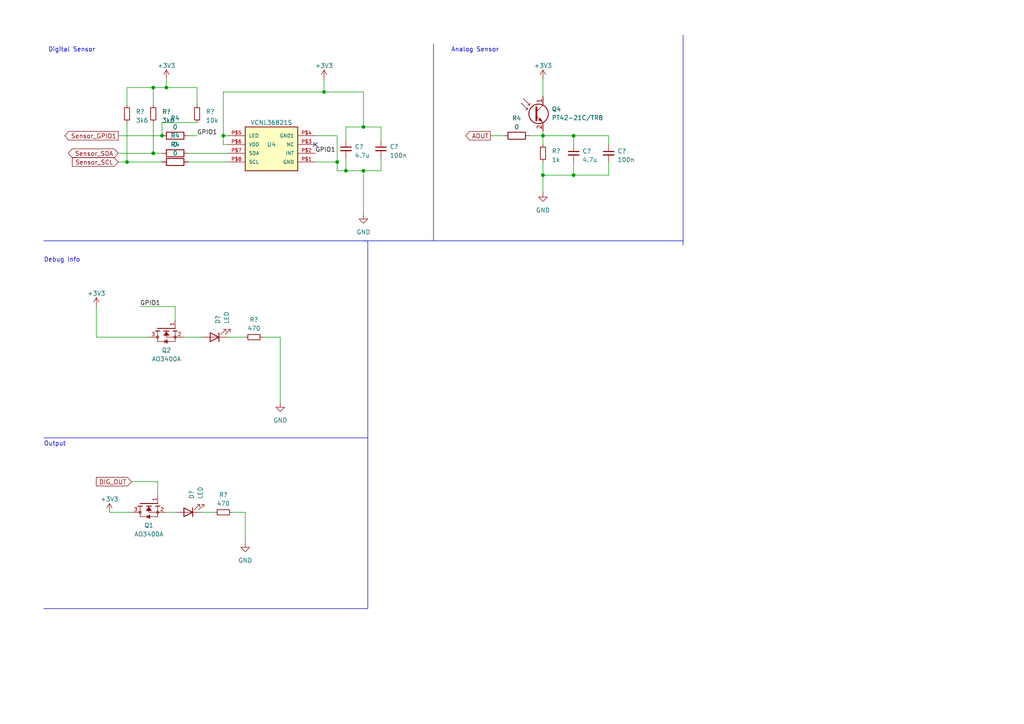
<source format=kicad_sch>
(kicad_sch (version 20230121) (generator eeschema)

  (uuid 2ec83dea-c210-43be-91c5-d8f357c4a306)

  (paper "A4")

  (title_block
    (title "Enviro Sensing HAT")
    (date "2023-03-21")
    (rev "5.1")
  )

  (lib_symbols
    (symbol "AO3400A:AO3400A" (pin_names (offset 1.016)) (in_bom yes) (on_board yes)
      (property "Reference" "Q" (at -8.89 2.54 0)
        (effects (font (size 1.27 1.27)) (justify left bottom))
      )
      (property "Value" "AO3400A" (at -8.89 -7.62 0)
        (effects (font (size 1.27 1.27)) (justify left bottom))
      )
      (property "Footprint" "SOT95P280X125-3N" (at 0 0 0)
        (effects (font (size 1.27 1.27)) (justify bottom) hide)
      )
      (property "Datasheet" "" (at 0 0 0)
        (effects (font (size 1.27 1.27)) hide)
      )
      (property "STANDARD" "IPC 7351B" (at 0 0 0)
        (effects (font (size 1.27 1.27)) (justify bottom) hide)
      )
      (property "MAXIMUM_PACKAGE_HEIGHT" "1.25 mm" (at 0 0 0)
        (effects (font (size 1.27 1.27)) (justify bottom) hide)
      )
      (property "MANUFACTURER" "Alpha & Omega Semiconductor" (at 0 0 0)
        (effects (font (size 1.27 1.27)) (justify bottom) hide)
      )
      (property "PARTREV" "L" (at 0 0 0)
        (effects (font (size 1.27 1.27)) (justify bottom) hide)
      )
      (symbol "AO3400A_0_0"
        (polyline
          (pts
            (xy 0 2.54)
            (xy 0 -2.54)
          )
          (stroke (width 0.254) (type default))
          (fill (type none))
        )
        (polyline
          (pts
            (xy 0.762 -2.54)
            (xy 0.762 -3.175)
          )
          (stroke (width 0.254) (type default))
          (fill (type none))
        )
        (polyline
          (pts
            (xy 0.762 -1.905)
            (xy 0.762 -2.54)
          )
          (stroke (width 0.254) (type default))
          (fill (type none))
        )
        (polyline
          (pts
            (xy 0.762 0)
            (xy 0.762 -0.762)
          )
          (stroke (width 0.254) (type default))
          (fill (type none))
        )
        (polyline
          (pts
            (xy 0.762 0)
            (xy 2.54 0)
          )
          (stroke (width 0.1524) (type default))
          (fill (type none))
        )
        (polyline
          (pts
            (xy 0.762 0.762)
            (xy 0.762 0)
          )
          (stroke (width 0.254) (type default))
          (fill (type none))
        )
        (polyline
          (pts
            (xy 0.762 2.54)
            (xy 0.762 1.905)
          )
          (stroke (width 0.254) (type default))
          (fill (type none))
        )
        (polyline
          (pts
            (xy 0.762 2.54)
            (xy 3.81 2.54)
          )
          (stroke (width 0.1524) (type default))
          (fill (type none))
        )
        (polyline
          (pts
            (xy 0.762 3.175)
            (xy 0.762 2.54)
          )
          (stroke (width 0.254) (type default))
          (fill (type none))
        )
        (polyline
          (pts
            (xy 2.54 -2.54)
            (xy 0.762 -2.54)
          )
          (stroke (width 0.1524) (type default))
          (fill (type none))
        )
        (polyline
          (pts
            (xy 2.54 -2.54)
            (xy 3.81 -2.54)
          )
          (stroke (width 0.1524) (type default))
          (fill (type none))
        )
        (polyline
          (pts
            (xy 2.54 0)
            (xy 2.54 -2.54)
          )
          (stroke (width 0.1524) (type default))
          (fill (type none))
        )
        (polyline
          (pts
            (xy 3.81 0.508)
            (xy 3.302 0.508)
          )
          (stroke (width 0.1524) (type default))
          (fill (type none))
        )
        (polyline
          (pts
            (xy 3.81 0.508)
            (xy 3.81 -2.54)
          )
          (stroke (width 0.1524) (type default))
          (fill (type none))
        )
        (polyline
          (pts
            (xy 3.81 2.54)
            (xy 3.81 0.508)
          )
          (stroke (width 0.1524) (type default))
          (fill (type none))
        )
        (polyline
          (pts
            (xy 4.318 0.508)
            (xy 3.81 0.508)
          )
          (stroke (width 0.1524) (type default))
          (fill (type none))
        )
        (polyline
          (pts
            (xy 1.016 0)
            (xy 2.032 0.762)
            (xy 2.032 -0.762)
            (xy 1.016 0)
          )
          (stroke (width 0.1524) (type default))
          (fill (type outline))
        )
        (polyline
          (pts
            (xy 3.81 0.508)
            (xy 3.302 -0.254)
            (xy 4.318 -0.254)
            (xy 3.81 0.508)
          )
          (stroke (width 0.1524) (type default))
          (fill (type outline))
        )
        (circle (center 2.54 -2.54) (radius 0.3592)
          (stroke (width 0) (type default))
          (fill (type none))
        )
        (circle (center 2.54 2.54) (radius 0.3592)
          (stroke (width 0) (type default))
          (fill (type none))
        )
        (pin passive line (at -2.54 -2.54 0) (length 2.54)
          (name "~" (effects (font (size 1.016 1.016))))
          (number "1" (effects (font (size 1.016 1.016))))
        )
        (pin passive line (at 2.54 -5.08 90) (length 2.54)
          (name "~" (effects (font (size 1.016 1.016))))
          (number "2" (effects (font (size 1.016 1.016))))
        )
        (pin passive line (at 2.54 5.08 270) (length 2.54)
          (name "~" (effects (font (size 1.016 1.016))))
          (number "3" (effects (font (size 1.016 1.016))))
        )
      )
    )
    (symbol "Device:C_Small" (pin_numbers hide) (pin_names (offset 0.254) hide) (in_bom yes) (on_board yes)
      (property "Reference" "C" (at 0.254 1.778 0)
        (effects (font (size 1.27 1.27)) (justify left))
      )
      (property "Value" "C_Small" (at 0.254 -2.032 0)
        (effects (font (size 1.27 1.27)) (justify left))
      )
      (property "Footprint" "" (at 0 0 0)
        (effects (font (size 1.27 1.27)) hide)
      )
      (property "Datasheet" "~" (at 0 0 0)
        (effects (font (size 1.27 1.27)) hide)
      )
      (property "ki_keywords" "capacitor cap" (at 0 0 0)
        (effects (font (size 1.27 1.27)) hide)
      )
      (property "ki_description" "Unpolarized capacitor, small symbol" (at 0 0 0)
        (effects (font (size 1.27 1.27)) hide)
      )
      (property "ki_fp_filters" "C_*" (at 0 0 0)
        (effects (font (size 1.27 1.27)) hide)
      )
      (symbol "C_Small_0_1"
        (polyline
          (pts
            (xy -1.524 -0.508)
            (xy 1.524 -0.508)
          )
          (stroke (width 0.3302) (type default))
          (fill (type none))
        )
        (polyline
          (pts
            (xy -1.524 0.508)
            (xy 1.524 0.508)
          )
          (stroke (width 0.3048) (type default))
          (fill (type none))
        )
      )
      (symbol "C_Small_1_1"
        (pin passive line (at 0 2.54 270) (length 2.032)
          (name "~" (effects (font (size 1.27 1.27))))
          (number "1" (effects (font (size 1.27 1.27))))
        )
        (pin passive line (at 0 -2.54 90) (length 2.032)
          (name "~" (effects (font (size 1.27 1.27))))
          (number "2" (effects (font (size 1.27 1.27))))
        )
      )
    )
    (symbol "Device:LED" (pin_numbers hide) (pin_names (offset 1.016) hide) (in_bom yes) (on_board yes)
      (property "Reference" "D" (at 0 2.54 0)
        (effects (font (size 1.27 1.27)))
      )
      (property "Value" "LED" (at 0 -2.54 0)
        (effects (font (size 1.27 1.27)))
      )
      (property "Footprint" "" (at 0 0 0)
        (effects (font (size 1.27 1.27)) hide)
      )
      (property "Datasheet" "~" (at 0 0 0)
        (effects (font (size 1.27 1.27)) hide)
      )
      (property "ki_keywords" "LED diode" (at 0 0 0)
        (effects (font (size 1.27 1.27)) hide)
      )
      (property "ki_description" "Light emitting diode" (at 0 0 0)
        (effects (font (size 1.27 1.27)) hide)
      )
      (property "ki_fp_filters" "LED* LED_SMD:* LED_THT:*" (at 0 0 0)
        (effects (font (size 1.27 1.27)) hide)
      )
      (symbol "LED_0_1"
        (polyline
          (pts
            (xy -1.27 -1.27)
            (xy -1.27 1.27)
          )
          (stroke (width 0.254) (type default))
          (fill (type none))
        )
        (polyline
          (pts
            (xy -1.27 0)
            (xy 1.27 0)
          )
          (stroke (width 0) (type default))
          (fill (type none))
        )
        (polyline
          (pts
            (xy 1.27 -1.27)
            (xy 1.27 1.27)
            (xy -1.27 0)
            (xy 1.27 -1.27)
          )
          (stroke (width 0.254) (type default))
          (fill (type none))
        )
        (polyline
          (pts
            (xy -3.048 -0.762)
            (xy -4.572 -2.286)
            (xy -3.81 -2.286)
            (xy -4.572 -2.286)
            (xy -4.572 -1.524)
          )
          (stroke (width 0) (type default))
          (fill (type none))
        )
        (polyline
          (pts
            (xy -1.778 -0.762)
            (xy -3.302 -2.286)
            (xy -2.54 -2.286)
            (xy -3.302 -2.286)
            (xy -3.302 -1.524)
          )
          (stroke (width 0) (type default))
          (fill (type none))
        )
      )
      (symbol "LED_1_1"
        (pin passive line (at -3.81 0 0) (length 2.54)
          (name "K" (effects (font (size 1.27 1.27))))
          (number "1" (effects (font (size 1.27 1.27))))
        )
        (pin passive line (at 3.81 0 180) (length 2.54)
          (name "A" (effects (font (size 1.27 1.27))))
          (number "2" (effects (font (size 1.27 1.27))))
        )
      )
    )
    (symbol "Device:Q_Photo_NPN" (pin_names (offset 0) hide) (in_bom yes) (on_board yes)
      (property "Reference" "Q" (at 5.08 1.27 0)
        (effects (font (size 1.27 1.27)) (justify left))
      )
      (property "Value" "Q_Photo_NPN" (at 5.08 -1.27 0)
        (effects (font (size 1.27 1.27)) (justify left))
      )
      (property "Footprint" "" (at 5.08 2.54 0)
        (effects (font (size 1.27 1.27)) hide)
      )
      (property "Datasheet" "~" (at 0 0 0)
        (effects (font (size 1.27 1.27)) hide)
      )
      (property "ki_keywords" "phototransistor NPN" (at 0 0 0)
        (effects (font (size 1.27 1.27)) hide)
      )
      (property "ki_description" "NPN phototransistor, collector/emitter" (at 0 0 0)
        (effects (font (size 1.27 1.27)) hide)
      )
      (symbol "Q_Photo_NPN_0_1"
        (polyline
          (pts
            (xy -1.905 1.27)
            (xy -2.54 1.27)
          )
          (stroke (width 0) (type default))
          (fill (type none))
        )
        (polyline
          (pts
            (xy -1.27 2.54)
            (xy -1.905 2.54)
          )
          (stroke (width 0) (type default))
          (fill (type none))
        )
        (polyline
          (pts
            (xy 0.635 0.635)
            (xy 2.54 2.54)
          )
          (stroke (width 0) (type default))
          (fill (type none))
        )
        (polyline
          (pts
            (xy -3.81 3.175)
            (xy -1.905 1.27)
            (xy -1.905 1.905)
          )
          (stroke (width 0) (type default))
          (fill (type none))
        )
        (polyline
          (pts
            (xy -3.175 4.445)
            (xy -1.27 2.54)
            (xy -1.27 3.175)
          )
          (stroke (width 0) (type default))
          (fill (type none))
        )
        (polyline
          (pts
            (xy 0.635 -0.635)
            (xy 2.54 -2.54)
            (xy 2.54 -2.54)
          )
          (stroke (width 0) (type default))
          (fill (type none))
        )
        (polyline
          (pts
            (xy 0.635 1.905)
            (xy 0.635 -1.905)
            (xy 0.635 -1.905)
          )
          (stroke (width 0.508) (type default))
          (fill (type none))
        )
        (polyline
          (pts
            (xy 1.27 -1.778)
            (xy 1.778 -1.27)
            (xy 2.286 -2.286)
            (xy 1.27 -1.778)
            (xy 1.27 -1.778)
          )
          (stroke (width 0) (type default))
          (fill (type outline))
        )
        (circle (center 1.27 0) (radius 2.8194)
          (stroke (width 0.254) (type default))
          (fill (type none))
        )
      )
      (symbol "Q_Photo_NPN_1_1"
        (pin passive line (at 2.54 5.08 270) (length 2.54)
          (name "C" (effects (font (size 1.27 1.27))))
          (number "1" (effects (font (size 1.27 1.27))))
        )
        (pin passive line (at 2.54 -5.08 90) (length 2.54)
          (name "E" (effects (font (size 1.27 1.27))))
          (number "2" (effects (font (size 1.27 1.27))))
        )
      )
    )
    (symbol "Device:R" (pin_numbers hide) (pin_names (offset 0)) (in_bom yes) (on_board yes)
      (property "Reference" "R" (at 2.032 0 90)
        (effects (font (size 1.27 1.27)))
      )
      (property "Value" "R" (at 0 0 90)
        (effects (font (size 1.27 1.27)))
      )
      (property "Footprint" "" (at -1.778 0 90)
        (effects (font (size 1.27 1.27)) hide)
      )
      (property "Datasheet" "~" (at 0 0 0)
        (effects (font (size 1.27 1.27)) hide)
      )
      (property "ki_keywords" "R res resistor" (at 0 0 0)
        (effects (font (size 1.27 1.27)) hide)
      )
      (property "ki_description" "Resistor" (at 0 0 0)
        (effects (font (size 1.27 1.27)) hide)
      )
      (property "ki_fp_filters" "R_*" (at 0 0 0)
        (effects (font (size 1.27 1.27)) hide)
      )
      (symbol "R_0_1"
        (rectangle (start -1.016 -2.54) (end 1.016 2.54)
          (stroke (width 0.254) (type default))
          (fill (type none))
        )
      )
      (symbol "R_1_1"
        (pin passive line (at 0 3.81 270) (length 1.27)
          (name "~" (effects (font (size 1.27 1.27))))
          (number "1" (effects (font (size 1.27 1.27))))
        )
        (pin passive line (at 0 -3.81 90) (length 1.27)
          (name "~" (effects (font (size 1.27 1.27))))
          (number "2" (effects (font (size 1.27 1.27))))
        )
      )
    )
    (symbol "Device:R_Small" (pin_numbers hide) (pin_names (offset 0.254) hide) (in_bom yes) (on_board yes)
      (property "Reference" "R" (at 0.762 0.508 0)
        (effects (font (size 1.27 1.27)) (justify left))
      )
      (property "Value" "R_Small" (at 0.762 -1.016 0)
        (effects (font (size 1.27 1.27)) (justify left))
      )
      (property "Footprint" "" (at 0 0 0)
        (effects (font (size 1.27 1.27)) hide)
      )
      (property "Datasheet" "~" (at 0 0 0)
        (effects (font (size 1.27 1.27)) hide)
      )
      (property "ki_keywords" "R resistor" (at 0 0 0)
        (effects (font (size 1.27 1.27)) hide)
      )
      (property "ki_description" "Resistor, small symbol" (at 0 0 0)
        (effects (font (size 1.27 1.27)) hide)
      )
      (property "ki_fp_filters" "R_*" (at 0 0 0)
        (effects (font (size 1.27 1.27)) hide)
      )
      (symbol "R_Small_0_1"
        (rectangle (start -0.762 1.778) (end 0.762 -1.778)
          (stroke (width 0.2032) (type default))
          (fill (type none))
        )
      )
      (symbol "R_Small_1_1"
        (pin passive line (at 0 2.54 270) (length 0.762)
          (name "~" (effects (font (size 1.27 1.27))))
          (number "1" (effects (font (size 1.27 1.27))))
        )
        (pin passive line (at 0 -2.54 90) (length 0.762)
          (name "~" (effects (font (size 1.27 1.27))))
          (number "2" (effects (font (size 1.27 1.27))))
        )
      )
    )
    (symbol "VCNL36821S:VCNL36821S" (pin_names (offset 1.016)) (in_bom yes) (on_board yes)
      (property "Reference" "U" (at 0 0 0)
        (effects (font (size 1.27 1.27)) (justify bottom))
      )
      (property "Value" "VCNL36821S" (at 0 0 0)
        (effects (font (size 1.27 1.27)) (justify bottom))
      )
      (property "Footprint" "VCNL36821S" (at 0 0 0)
        (effects (font (size 1.27 1.27)) (justify bottom) hide)
      )
      (property "Datasheet" "" (at 0 0 0)
        (effects (font (size 1.27 1.27)) hide)
      )
      (symbol "VCNL36821S_0_0"
        (rectangle (start -7.62 -7.62) (end 7.62 5.08)
          (stroke (width 0.254) (type default))
          (fill (type background))
        )
        (pin bidirectional line (at -12.7 -5.08 0) (length 5.08)
          (name "GND" (effects (font (size 1.016 1.016))))
          (number "P$1" (effects (font (size 1.016 1.016))))
        )
        (pin bidirectional line (at -12.7 -2.54 0) (length 5.08)
          (name "INT" (effects (font (size 1.016 1.016))))
          (number "P$2" (effects (font (size 1.016 1.016))))
        )
        (pin bidirectional line (at -12.7 0 0) (length 5.08)
          (name "NC" (effects (font (size 1.016 1.016))))
          (number "P$3" (effects (font (size 1.016 1.016))))
        )
        (pin bidirectional line (at -12.7 2.54 0) (length 5.08)
          (name "GND1" (effects (font (size 1.016 1.016))))
          (number "P$4" (effects (font (size 1.016 1.016))))
        )
        (pin bidirectional line (at 12.7 2.54 180) (length 5.08)
          (name "LED" (effects (font (size 1.016 1.016))))
          (number "P$5" (effects (font (size 1.016 1.016))))
        )
        (pin bidirectional line (at 12.7 0 180) (length 5.08)
          (name "VDD" (effects (font (size 1.016 1.016))))
          (number "P$6" (effects (font (size 1.016 1.016))))
        )
        (pin bidirectional line (at 12.7 -2.54 180) (length 5.08)
          (name "SDA" (effects (font (size 1.016 1.016))))
          (number "P$7" (effects (font (size 1.016 1.016))))
        )
        (pin bidirectional line (at 12.7 -5.08 180) (length 5.08)
          (name "SCL" (effects (font (size 1.016 1.016))))
          (number "P$8" (effects (font (size 1.016 1.016))))
        )
      )
    )
    (symbol "power:+3V3" (power) (pin_names (offset 0)) (in_bom yes) (on_board yes)
      (property "Reference" "#PWR" (at 0 -3.81 0)
        (effects (font (size 1.27 1.27)) hide)
      )
      (property "Value" "+3V3" (at 0 3.556 0)
        (effects (font (size 1.27 1.27)))
      )
      (property "Footprint" "" (at 0 0 0)
        (effects (font (size 1.27 1.27)) hide)
      )
      (property "Datasheet" "" (at 0 0 0)
        (effects (font (size 1.27 1.27)) hide)
      )
      (property "ki_keywords" "global power" (at 0 0 0)
        (effects (font (size 1.27 1.27)) hide)
      )
      (property "ki_description" "Power symbol creates a global label with name \"+3V3\"" (at 0 0 0)
        (effects (font (size 1.27 1.27)) hide)
      )
      (symbol "+3V3_0_1"
        (polyline
          (pts
            (xy -0.762 1.27)
            (xy 0 2.54)
          )
          (stroke (width 0) (type default))
          (fill (type none))
        )
        (polyline
          (pts
            (xy 0 0)
            (xy 0 2.54)
          )
          (stroke (width 0) (type default))
          (fill (type none))
        )
        (polyline
          (pts
            (xy 0 2.54)
            (xy 0.762 1.27)
          )
          (stroke (width 0) (type default))
          (fill (type none))
        )
      )
      (symbol "+3V3_1_1"
        (pin power_in line (at 0 0 90) (length 0) hide
          (name "+3V3" (effects (font (size 1.27 1.27))))
          (number "1" (effects (font (size 1.27 1.27))))
        )
      )
    )
    (symbol "power:GND" (power) (pin_names (offset 0)) (in_bom yes) (on_board yes)
      (property "Reference" "#PWR" (at 0 -6.35 0)
        (effects (font (size 1.27 1.27)) hide)
      )
      (property "Value" "GND" (at 0 -3.81 0)
        (effects (font (size 1.27 1.27)))
      )
      (property "Footprint" "" (at 0 0 0)
        (effects (font (size 1.27 1.27)) hide)
      )
      (property "Datasheet" "" (at 0 0 0)
        (effects (font (size 1.27 1.27)) hide)
      )
      (property "ki_keywords" "global power" (at 0 0 0)
        (effects (font (size 1.27 1.27)) hide)
      )
      (property "ki_description" "Power symbol creates a global label with name \"GND\" , ground" (at 0 0 0)
        (effects (font (size 1.27 1.27)) hide)
      )
      (symbol "GND_0_1"
        (polyline
          (pts
            (xy 0 0)
            (xy 0 -1.27)
            (xy 1.27 -1.27)
            (xy 0 -2.54)
            (xy -1.27 -1.27)
            (xy 0 -1.27)
          )
          (stroke (width 0) (type default))
          (fill (type none))
        )
      )
      (symbol "GND_1_1"
        (pin power_in line (at 0 0 270) (length 0) hide
          (name "GND" (effects (font (size 1.27 1.27))))
          (number "1" (effects (font (size 1.27 1.27))))
        )
      )
    )
  )

  (junction (at 44.45 44.45) (diameter 0) (color 0 0 0 0)
    (uuid 002e85c2-3662-4189-aa1c-d54d2b014acc)
  )
  (junction (at 100.33 49.53) (diameter 0) (color 0 0 0 0)
    (uuid 036ed0bc-079d-447d-9d00-02d7c00f0fbb)
  )
  (junction (at 44.45 25.4) (diameter 0) (color 0 0 0 0)
    (uuid 0a10eba8-1315-4866-8bd1-527968ed7989)
  )
  (junction (at 105.41 36.83) (diameter 0) (color 0 0 0 0)
    (uuid 1f0589f0-eda3-456b-a446-f45a7f0cc725)
  )
  (junction (at 105.41 49.53) (diameter 0) (color 0 0 0 0)
    (uuid 42a5a251-2c92-4c1b-bdb3-0cb36723ca38)
  )
  (junction (at 97.79 46.99) (diameter 0) (color 0 0 0 0)
    (uuid 4b88b6d6-572a-4065-991e-e9f4b903656e)
  )
  (junction (at 157.48 50.8) (diameter 0) (color 0 0 0 0)
    (uuid 512c296c-5318-490c-887c-a164afb4d934)
  )
  (junction (at 64.77 39.37) (diameter 0) (color 0 0 0 0)
    (uuid 6f35f9ad-8d4d-4b92-bdf2-75fbe17b8930)
  )
  (junction (at 166.37 50.8) (diameter 0) (color 0 0 0 0)
    (uuid 8a22a500-84d2-4e38-ac10-6a0acf8dafcb)
  )
  (junction (at 46.99 39.37) (diameter 0) (color 0 0 0 0)
    (uuid 9253b3b6-2a99-4cd4-a505-2ba5d714992e)
  )
  (junction (at 36.83 46.99) (diameter 0) (color 0 0 0 0)
    (uuid 96abd287-4128-4a14-a175-1bee42ac9992)
  )
  (junction (at 48.26 25.4) (diameter 0) (color 0 0 0 0)
    (uuid b26d7e66-5c79-4c88-bc51-149a9223bf31)
  )
  (junction (at 166.37 39.37) (diameter 0) (color 0 0 0 0)
    (uuid ba2da7e6-979b-42b6-b9e8-52c33709b846)
  )
  (junction (at 157.48 39.37) (diameter 0) (color 0 0 0 0)
    (uuid c4829622-9862-46ea-86ce-e34d0beed9da)
  )
  (junction (at 93.98 26.67) (diameter 0) (color 0 0 0 0)
    (uuid e96570bc-4db5-4d61-b821-55624c4573f1)
  )

  (no_connect (at 91.44 41.91) (uuid a93e6321-8ef0-4d9a-9714-8715cdb8363e))

  (wire (pts (xy 105.41 36.83) (xy 100.33 36.83))
    (stroke (width 0) (type default))
    (uuid 0b690141-b8f2-4e8d-b76d-742c883e6a57)
  )
  (polyline (pts (xy 198.12 69.85) (xy 125.73 69.85))
    (stroke (width 0) (type default))
    (uuid 0c9c940f-9c47-463a-8252-ed88326eed43)
  )

  (wire (pts (xy 100.33 45.72) (xy 100.33 49.53))
    (stroke (width 0) (type default))
    (uuid 0d472599-147b-404d-9ce5-ae1bfc575ab3)
  )
  (wire (pts (xy 27.94 88.9) (xy 27.94 97.79))
    (stroke (width 0) (type default))
    (uuid 15190def-2bce-455c-9ee7-2006a81ff0e3)
  )
  (wire (pts (xy 62.23 148.59) (xy 58.42 148.59))
    (stroke (width 0) (type default))
    (uuid 1e0fcead-c84b-4605-bfa5-2414a52f8fb9)
  )
  (wire (pts (xy 105.41 26.67) (xy 105.41 36.83))
    (stroke (width 0) (type default))
    (uuid 247aef46-f51d-42a5-bc07-c2b996eaa948)
  )
  (wire (pts (xy 40.64 88.9) (xy 50.8 88.9))
    (stroke (width 0) (type default))
    (uuid 29b0310d-e9c1-46b0-b9de-cdc2af428ab9)
  )
  (wire (pts (xy 157.48 55.88) (xy 157.48 50.8))
    (stroke (width 0) (type default))
    (uuid 2a286b20-474c-4046-b2fc-66c428773181)
  )
  (wire (pts (xy 105.41 49.53) (xy 110.49 49.53))
    (stroke (width 0) (type default))
    (uuid 2bc83826-bb08-493e-bdc1-46763eceb22e)
  )
  (wire (pts (xy 38.1 139.7) (xy 45.72 139.7))
    (stroke (width 0) (type default))
    (uuid 2e1fcc2c-d081-486c-a0ff-61600ce040f1)
  )
  (polyline (pts (xy 12.7 176.53) (xy 106.68 176.53))
    (stroke (width 0) (type default))
    (uuid 2e3a3ddc-e6c5-4151-89aa-46feee2a1253)
  )

  (wire (pts (xy 157.48 22.86) (xy 157.48 27.94))
    (stroke (width 0) (type default))
    (uuid 336bd2ad-e6a3-496a-a0c6-a4ddde95dd03)
  )
  (wire (pts (xy 31.75 148.59) (xy 38.1 148.59))
    (stroke (width 0) (type default))
    (uuid 3aadff38-1b6d-4dd2-a6ab-d02f088fd8b2)
  )
  (wire (pts (xy 34.29 44.45) (xy 44.45 44.45))
    (stroke (width 0) (type default))
    (uuid 3cd5cc3d-1382-4d5e-be19-6bb8a1720e14)
  )
  (wire (pts (xy 36.83 46.99) (xy 46.99 46.99))
    (stroke (width 0) (type default))
    (uuid 3d84dd14-4be0-46a5-afe6-51222fbed858)
  )
  (wire (pts (xy 93.98 22.86) (xy 93.98 26.67))
    (stroke (width 0) (type default))
    (uuid 3fb7bdfc-86c0-4fe6-8c5c-ea95c5293afa)
  )
  (wire (pts (xy 48.26 25.4) (xy 57.15 25.4))
    (stroke (width 0) (type default))
    (uuid 493c9d73-34c5-49ec-8d43-c9350bf9edbb)
  )
  (wire (pts (xy 48.26 22.86) (xy 48.26 25.4))
    (stroke (width 0) (type default))
    (uuid 4a5b63e6-c97a-4f0c-952f-e465d225e154)
  )
  (wire (pts (xy 166.37 39.37) (xy 166.37 41.91))
    (stroke (width 0) (type default))
    (uuid 4c716ebd-8a9b-4701-868a-c05982313787)
  )
  (wire (pts (xy 166.37 39.37) (xy 176.53 39.37))
    (stroke (width 0) (type default))
    (uuid 4c97fd57-9a32-4bb0-919b-46accd26f390)
  )
  (wire (pts (xy 36.83 30.48) (xy 36.83 25.4))
    (stroke (width 0) (type default))
    (uuid 4cc6ad93-f8c1-4014-95bd-d1fc8d858881)
  )
  (wire (pts (xy 97.79 39.37) (xy 97.79 46.99))
    (stroke (width 0) (type default))
    (uuid 50075846-af6c-4aa3-9f62-d3d8751100c3)
  )
  (wire (pts (xy 48.26 148.59) (xy 50.8 148.59))
    (stroke (width 0) (type default))
    (uuid 50cb6a65-c5f4-424a-b01c-80f25f1d69f2)
  )
  (polyline (pts (xy 198.12 10.16) (xy 198.12 71.12))
    (stroke (width 0) (type default))
    (uuid 543a0fb1-9292-4356-9969-dcd0d03f2fee)
  )

  (wire (pts (xy 54.61 39.37) (xy 57.15 39.37))
    (stroke (width 0) (type default))
    (uuid 58df5abf-6106-4d93-8b16-ced86eb82a79)
  )
  (wire (pts (xy 67.31 148.59) (xy 71.12 148.59))
    (stroke (width 0) (type default))
    (uuid 5a260a79-d4b5-4834-9100-15b17f82548a)
  )
  (wire (pts (xy 64.77 26.67) (xy 93.98 26.67))
    (stroke (width 0) (type default))
    (uuid 5dd6cf01-28f2-4f85-85d9-6935818dd693)
  )
  (wire (pts (xy 157.48 38.1) (xy 157.48 39.37))
    (stroke (width 0) (type default))
    (uuid 5ea26b18-3d69-4e21-94f4-9f09a68318f9)
  )
  (wire (pts (xy 81.28 97.79) (xy 81.28 116.84))
    (stroke (width 0) (type default))
    (uuid 5ffca407-de19-4e1e-a36a-80730b01b6e8)
  )
  (wire (pts (xy 166.37 50.8) (xy 157.48 50.8))
    (stroke (width 0) (type default))
    (uuid 610e2c24-3db4-45f6-aff8-481b16fdddf8)
  )
  (wire (pts (xy 64.77 26.67) (xy 64.77 39.37))
    (stroke (width 0) (type default))
    (uuid 623924ec-4db1-4db2-943d-213bceaf91e5)
  )
  (wire (pts (xy 45.72 139.7) (xy 45.72 143.51))
    (stroke (width 0) (type default))
    (uuid 6b2964b4-6958-4486-89b7-fd41c3e92cd8)
  )
  (wire (pts (xy 44.45 44.45) (xy 46.99 44.45))
    (stroke (width 0) (type default))
    (uuid 6de7f80d-3693-4512-9007-cf85d5dc469a)
  )
  (wire (pts (xy 66.04 97.79) (xy 71.12 97.79))
    (stroke (width 0) (type default))
    (uuid 705b2a90-4ab8-4439-a824-ce6770be86fd)
  )
  (wire (pts (xy 153.67 39.37) (xy 157.48 39.37))
    (stroke (width 0) (type default))
    (uuid 74e39edd-9097-4a7c-b203-e45ebaa5a767)
  )
  (wire (pts (xy 44.45 25.4) (xy 48.26 25.4))
    (stroke (width 0) (type default))
    (uuid 75b5a4e9-1e6f-437f-a127-e7117d33d8b1)
  )
  (wire (pts (xy 36.83 46.99) (xy 36.83 35.56))
    (stroke (width 0) (type default))
    (uuid 7e618e97-a3bd-483e-b481-b2312016c53c)
  )
  (wire (pts (xy 97.79 46.99) (xy 97.79 49.53))
    (stroke (width 0) (type default))
    (uuid 7f518191-ddfd-428d-ab06-e0142d1b42fb)
  )
  (wire (pts (xy 105.41 49.53) (xy 105.41 62.23))
    (stroke (width 0) (type default))
    (uuid 7f78903f-d9b6-4a43-9195-e0aceb464dc3)
  )
  (wire (pts (xy 46.99 39.37) (xy 46.99 35.56))
    (stroke (width 0) (type default))
    (uuid 80016a30-d0c3-418e-8059-450f8841e738)
  )
  (polyline (pts (xy 125.73 12.7) (xy 125.73 69.85))
    (stroke (width 0) (type default))
    (uuid 8575db93-32b5-4e6f-8c87-edc74ae2d9f8)
  )

  (wire (pts (xy 176.53 39.37) (xy 176.53 41.91))
    (stroke (width 0) (type default))
    (uuid 88415953-4844-48b0-b8f8-5d2c84c21bf1)
  )
  (wire (pts (xy 157.48 39.37) (xy 157.48 41.91))
    (stroke (width 0) (type default))
    (uuid 8bcc05bc-0888-492b-bd83-8b9389779593)
  )
  (wire (pts (xy 176.53 50.8) (xy 166.37 50.8))
    (stroke (width 0) (type default))
    (uuid 8c5bf3ac-bea8-4d77-a9a9-65a559c5c3d8)
  )
  (wire (pts (xy 57.15 25.4) (xy 57.15 30.48))
    (stroke (width 0) (type default))
    (uuid 9b75ee99-f9a5-437c-9cb5-9d13e48a3de4)
  )
  (wire (pts (xy 54.61 44.45) (xy 66.04 44.45))
    (stroke (width 0) (type default))
    (uuid a1018b41-21a9-4228-afb5-30292afa5908)
  )
  (wire (pts (xy 54.61 46.99) (xy 66.04 46.99))
    (stroke (width 0) (type default))
    (uuid a59ce67f-7469-4709-b0b0-43ce121bd5e1)
  )
  (wire (pts (xy 91.44 39.37) (xy 97.79 39.37))
    (stroke (width 0) (type default))
    (uuid a76ed3fc-0e82-4091-8df1-279cfd7c1165)
  )
  (wire (pts (xy 91.44 46.99) (xy 97.79 46.99))
    (stroke (width 0) (type default))
    (uuid a8775901-90bd-4bf4-b79a-b4b75fc09698)
  )
  (wire (pts (xy 105.41 36.83) (xy 110.49 36.83))
    (stroke (width 0) (type default))
    (uuid aca1fd26-d3b9-4b35-b388-2c517d0295ab)
  )
  (wire (pts (xy 157.48 46.99) (xy 157.48 50.8))
    (stroke (width 0) (type default))
    (uuid aca69b53-e16b-4bb9-9aa2-767a53a836be)
  )
  (polyline (pts (xy 12.7 127) (xy 106.68 127))
    (stroke (width 0) (type default))
    (uuid acf620f6-9f5d-42c3-8d98-c77ffc29c163)
  )

  (wire (pts (xy 34.29 39.37) (xy 46.99 39.37))
    (stroke (width 0) (type default))
    (uuid ade5191d-dc29-446b-9751-338e88c8e3e6)
  )
  (wire (pts (xy 97.79 49.53) (xy 100.33 49.53))
    (stroke (width 0) (type default))
    (uuid b2220f4a-fc9a-430f-8f4c-267f5c4c6521)
  )
  (wire (pts (xy 110.49 49.53) (xy 110.49 45.72))
    (stroke (width 0) (type default))
    (uuid b4dc98bd-c394-478c-97f7-ed7ecf223ecd)
  )
  (polyline (pts (xy 106.68 127) (xy 106.68 176.53))
    (stroke (width 0) (type default))
    (uuid b56dc1a7-8f33-46f6-9970-80ed6e909bdc)
  )

  (wire (pts (xy 27.94 97.79) (xy 43.18 97.79))
    (stroke (width 0) (type default))
    (uuid b64c10cf-6438-4d4f-970a-db484e5c37de)
  )
  (wire (pts (xy 142.24 39.37) (xy 146.05 39.37))
    (stroke (width 0) (type default))
    (uuid bc7c3d83-6a14-4f5d-a707-796a86ebc766)
  )
  (wire (pts (xy 53.34 97.79) (xy 58.42 97.79))
    (stroke (width 0) (type default))
    (uuid bebe94fa-b747-486b-980c-5a84bc9c3a64)
  )
  (wire (pts (xy 93.98 26.67) (xy 105.41 26.67))
    (stroke (width 0) (type default))
    (uuid c22622b4-e7bd-4152-82cd-2f3def32bef8)
  )
  (wire (pts (xy 34.29 46.99) (xy 36.83 46.99))
    (stroke (width 0) (type default))
    (uuid c510d854-2338-480b-89d1-dcb25cce9928)
  )
  (wire (pts (xy 36.83 25.4) (xy 44.45 25.4))
    (stroke (width 0) (type default))
    (uuid c7ae5a5d-0233-4383-9829-a5296e82303b)
  )
  (wire (pts (xy 66.04 41.91) (xy 64.77 41.91))
    (stroke (width 0) (type default))
    (uuid cb96b6fa-0ab8-449a-b698-92c5fba9ccee)
  )
  (wire (pts (xy 71.12 148.59) (xy 71.12 157.48))
    (stroke (width 0) (type default))
    (uuid ce53e764-3f84-429e-a760-34cb034a09d8)
  )
  (polyline (pts (xy 106.68 127) (xy 106.68 69.85))
    (stroke (width 0) (type default))
    (uuid d19c68e8-f9d5-4b6c-8b96-d9793698ae9c)
  )

  (wire (pts (xy 50.8 92.71) (xy 50.8 88.9))
    (stroke (width 0) (type default))
    (uuid d35eb8b2-4d3a-401a-8d97-1ecb31db1b55)
  )
  (polyline (pts (xy 12.7 69.85) (xy 125.73 69.85))
    (stroke (width 0) (type default))
    (uuid d95e0f97-a301-4d0b-b1ae-a43d6cd2f8eb)
  )

  (wire (pts (xy 176.53 46.99) (xy 176.53 50.8))
    (stroke (width 0) (type default))
    (uuid de0f6d2f-72e4-4b8b-82f7-f90afaaedec8)
  )
  (wire (pts (xy 166.37 46.99) (xy 166.37 50.8))
    (stroke (width 0) (type default))
    (uuid de442b1a-9301-496f-a7a4-d9c1f3a2d0ab)
  )
  (polyline (pts (xy 106.68 69.85) (xy 105.41 69.85))
    (stroke (width 0) (type default))
    (uuid de8ec4cd-e4f5-4e0f-9fba-f46e80308d3b)
  )

  (wire (pts (xy 44.45 35.56) (xy 44.45 44.45))
    (stroke (width 0) (type default))
    (uuid e10fe62f-4317-4b00-9ea1-5a4b058fe351)
  )
  (wire (pts (xy 64.77 41.91) (xy 64.77 39.37))
    (stroke (width 0) (type default))
    (uuid e5d7d951-092f-4ad0-bb73-5cfa95c5b0ec)
  )
  (wire (pts (xy 46.99 35.56) (xy 57.15 35.56))
    (stroke (width 0) (type default))
    (uuid edb1eba1-3526-442b-83bc-66cd673f9fdd)
  )
  (wire (pts (xy 100.33 36.83) (xy 100.33 40.64))
    (stroke (width 0) (type default))
    (uuid ee8ee2a8-e5b4-4fad-99fb-b15b5df9fcbe)
  )
  (wire (pts (xy 157.48 39.37) (xy 166.37 39.37))
    (stroke (width 0) (type default))
    (uuid eec6338d-17b7-4df4-ba59-07d3af4552fa)
  )
  (wire (pts (xy 76.2 97.79) (xy 81.28 97.79))
    (stroke (width 0) (type default))
    (uuid efddf26e-b57c-4806-bef4-3ef3d3a60f9b)
  )
  (wire (pts (xy 64.77 39.37) (xy 66.04 39.37))
    (stroke (width 0) (type default))
    (uuid f252aeaf-77b6-4454-9234-3ebc2a21801d)
  )
  (wire (pts (xy 44.45 25.4) (xy 44.45 30.48))
    (stroke (width 0) (type default))
    (uuid f3b54071-c397-4b0a-af29-b7b7851fd6a9)
  )
  (wire (pts (xy 110.49 36.83) (xy 110.49 40.64))
    (stroke (width 0) (type default))
    (uuid f63cece4-cd27-4e8c-b5f3-dcc70a98fb12)
  )
  (wire (pts (xy 100.33 49.53) (xy 105.41 49.53))
    (stroke (width 0) (type default))
    (uuid f9c11f4b-e3f1-4ae3-882d-e4dd4b4db82a)
  )

  (text "Debug Info" (at 12.7 76.2 0)
    (effects (font (size 1.27 1.27)) (justify left bottom))
    (uuid 01e370c6-76c9-4394-9233-8c500e2cbc67)
  )
  (text "Output" (at 12.7 129.54 0)
    (effects (font (size 1.27 1.27)) (justify left bottom))
    (uuid 37172e50-01e7-4e04-ba78-b86914e36712)
  )
  (text "Digital Sensor" (at 13.97 15.24 0)
    (effects (font (size 1.27 1.27)) (justify left bottom))
    (uuid 63f0a52c-95e0-4338-a90b-c9cba57d8361)
  )
  (text "Analog Sensor\n" (at 130.81 15.24 0)
    (effects (font (size 1.27 1.27)) (justify left bottom))
    (uuid c7ea2604-62c0-45c9-8ceb-49ccd21ffa51)
  )

  (label "GPIO1" (at 91.44 44.45 0) (fields_autoplaced)
    (effects (font (size 1.27 1.27)) (justify left bottom))
    (uuid 3a6cb2f4-2603-4027-b01a-e008a354312c)
  )
  (label "GPIO1" (at 57.15 39.37 0) (fields_autoplaced)
    (effects (font (size 1.27 1.27)) (justify left bottom))
    (uuid 79af20e9-0684-4bdd-8edc-0e5d379d9924)
  )
  (label "GPIO1" (at 40.64 88.9 0) (fields_autoplaced)
    (effects (font (size 1.27 1.27)) (justify left bottom))
    (uuid ce7c817a-f26c-4a77-84c3-c397d790f496)
  )

  (global_label "Sensor_SDA" (shape bidirectional) (at 34.29 44.45 180) (fields_autoplaced)
    (effects (font (size 1.27 1.27)) (justify right))
    (uuid 1a6f29c8-3de8-4152-8587-fc5bc043400d)
    (property "Intersheetrefs" "${INTERSHEET_REFS}" (at 19.3268 44.45 0)
      (effects (font (size 1.27 1.27)) (justify right) hide)
    )
  )
  (global_label "AOUT" (shape output) (at 142.24 39.37 180) (fields_autoplaced)
    (effects (font (size 1.27 1.27)) (justify right))
    (uuid 2f45dc62-fcf6-4032-a39f-6697b2ad9b8b)
    (property "Intersheetrefs" "${INTERSHEET_REFS}" (at 134.617 39.37 0)
      (effects (font (size 1.27 1.27)) (justify right) hide)
    )
  )
  (global_label "DIG_OUT" (shape input) (at 38.1 139.7 180) (fields_autoplaced)
    (effects (font (size 1.27 1.27)) (justify right))
    (uuid 41e5421f-9cb4-4005-8c64-7e4981673f68)
    (property "Intersheetrefs" "${INTERSHEET_REFS}" (at 27.4532 139.7 0)
      (effects (font (size 1.27 1.27)) (justify right) hide)
    )
  )
  (global_label "Sensor_GPIO1" (shape output) (at 34.29 39.37 180) (fields_autoplaced)
    (effects (font (size 1.27 1.27)) (justify right))
    (uuid 85da71db-310e-48f0-8627-d659af9cba7c)
    (property "Intersheetrefs" "${INTERSHEET_REFS}" (at 18.3214 39.37 0)
      (effects (font (size 1.27 1.27)) (justify right) hide)
    )
  )
  (global_label "Sensor_SCL" (shape input) (at 34.29 46.99 180) (fields_autoplaced)
    (effects (font (size 1.27 1.27)) (justify right))
    (uuid fa77d33a-017c-4428-9c0f-444caf8938e9)
    (property "Intersheetrefs" "${INTERSHEET_REFS}" (at 20.4986 46.99 0)
      (effects (font (size 1.27 1.27)) (justify right) hide)
    )
  )

  (symbol (lib_id "Device:LED") (at 62.23 97.79 180) (unit 1)
    (in_bom yes) (on_board yes) (dnp no) (fields_autoplaced)
    (uuid 0162c9ba-f798-4107-a60c-587a018ad6cf)
    (property "Reference" "D?" (at 63.1825 93.98 90)
      (effects (font (size 1.27 1.27)) (justify right))
    )
    (property "Value" "LED" (at 65.7225 93.98 90)
      (effects (font (size 1.27 1.27)) (justify right))
    )
    (property "Footprint" "LED_SMD:LED_0805_2012Metric" (at 62.23 97.79 0)
      (effects (font (size 1.27 1.27)) hide)
    )
    (property "Datasheet" "~" (at 62.23 97.79 0)
      (effects (font (size 1.27 1.27)) hide)
    )
    (pin "1" (uuid 44ee64a6-800c-46fb-ac6a-6972cd4bce9b))
    (pin "2" (uuid 1a351514-f1c8-462f-8449-a0f074c5e646))
    (instances
      (project "EnviroHAT"
        (path "/a74e31c2-fcf5-43a5-9331-08916f60248b/1f29c7bb-3a0b-4611-ad74-2baaa71e5961"
          (reference "D?") (unit 1)
        )
        (path "/a74e31c2-fcf5-43a5-9331-08916f60248b/165e1195-d79e-4072-af51-99c852762441"
          (reference "D2") (unit 1)
        )
      )
      (project "Wk3"
        (path "/c0cfcaff-cbfc-454f-89d3-3bb65d015904"
          (reference "D?") (unit 1)
        )
      )
    )
  )

  (symbol (lib_id "Device:C_Small") (at 100.33 43.18 0) (unit 1)
    (in_bom yes) (on_board yes) (dnp no) (fields_autoplaced)
    (uuid 03ed6ac7-a62e-470d-8e71-fdf7d9bcf2c5)
    (property "Reference" "C?" (at 102.87 42.5513 0)
      (effects (font (size 1.27 1.27)) (justify left))
    )
    (property "Value" "4.7u" (at 102.87 45.0913 0)
      (effects (font (size 1.27 1.27)) (justify left))
    )
    (property "Footprint" "Capacitor_SMD:C_1206_3216Metric" (at 100.33 43.18 0)
      (effects (font (size 1.27 1.27)) hide)
    )
    (property "Datasheet" "~" (at 100.33 43.18 0)
      (effects (font (size 1.27 1.27)) hide)
    )
    (pin "1" (uuid cfa349bd-aac5-4b1d-b56f-2d37e4a67bd1))
    (pin "2" (uuid 9d189721-839d-4b6a-9240-34c6cf4d3fad))
    (instances
      (project "EnviroHAT"
        (path "/a74e31c2-fcf5-43a5-9331-08916f60248b/1f29c7bb-3a0b-4611-ad74-2baaa71e5961"
          (reference "C?") (unit 1)
        )
        (path "/a74e31c2-fcf5-43a5-9331-08916f60248b/165e1195-d79e-4072-af51-99c852762441"
          (reference "C1") (unit 1)
        )
      )
      (project "Wk3"
        (path "/c0cfcaff-cbfc-454f-89d3-3bb65d015904"
          (reference "C?") (unit 1)
        )
      )
    )
  )

  (symbol (lib_id "Device:R") (at 149.86 39.37 90) (unit 1)
    (in_bom yes) (on_board yes) (dnp no) (fields_autoplaced)
    (uuid 112a8976-c876-48a5-a15a-ab5bed0382b6)
    (property "Reference" "R4" (at 149.86 34.29 90)
      (effects (font (size 1.27 1.27)))
    )
    (property "Value" "0" (at 149.86 36.83 90)
      (effects (font (size 1.27 1.27)))
    )
    (property "Footprint" "Resistor_SMD:R_1206_3216Metric_Pad1.30x1.75mm_HandSolder" (at 149.86 41.148 90)
      (effects (font (size 1.27 1.27)) hide)
    )
    (property "Datasheet" "~" (at 149.86 39.37 0)
      (effects (font (size 1.27 1.27)) hide)
    )
    (pin "1" (uuid 31e4c6ce-64c3-4697-b1c1-b0649ef85c59))
    (pin "2" (uuid 9d1eeb53-acd6-4c20-87d2-510f47c7955f))
    (instances
      (project "EnviroHAT"
        (path "/a74e31c2-fcf5-43a5-9331-08916f60248b/2be14b9c-d14d-472f-bc9b-c8a5f77e7f2d"
          (reference "R4") (unit 1)
        )
        (path "/a74e31c2-fcf5-43a5-9331-08916f60248b/165e1195-d79e-4072-af51-99c852762441"
          (reference "R10") (unit 1)
        )
      )
    )
  )

  (symbol (lib_id "power:GND") (at 71.12 157.48 0) (unit 1)
    (in_bom yes) (on_board yes) (dnp no) (fields_autoplaced)
    (uuid 121e0866-b2a5-42d4-92df-8b54fe6c35db)
    (property "Reference" "#PWR?" (at 71.12 163.83 0)
      (effects (font (size 1.27 1.27)) hide)
    )
    (property "Value" "GND" (at 71.12 162.56 0)
      (effects (font (size 1.27 1.27)))
    )
    (property "Footprint" "" (at 71.12 157.48 0)
      (effects (font (size 1.27 1.27)) hide)
    )
    (property "Datasheet" "" (at 71.12 157.48 0)
      (effects (font (size 1.27 1.27)) hide)
    )
    (pin "1" (uuid d3884101-ef24-4ac9-bce8-0ecb6ba553ad))
    (instances
      (project "HAT Envirosensing project"
        (path "/2ec83dea-c210-43be-91c5-d8f357c4a306"
          (reference "#PWR?") (unit 1)
        )
      )
      (project "EnviroHAT"
        (path "/a74e31c2-fcf5-43a5-9331-08916f60248b/165e1195-d79e-4072-af51-99c852762441"
          (reference "#PWR023") (unit 1)
        )
      )
    )
  )

  (symbol (lib_id "power:+3V3") (at 27.94 88.9 0) (unit 1)
    (in_bom yes) (on_board yes) (dnp no) (fields_autoplaced)
    (uuid 1536e4e4-bdcb-43c3-95e8-3cd698f4f398)
    (property "Reference" "#PWR020" (at 27.94 92.71 0)
      (effects (font (size 1.27 1.27)) hide)
    )
    (property "Value" "+3V3" (at 27.94 85.09 0)
      (effects (font (size 1.27 1.27)))
    )
    (property "Footprint" "" (at 27.94 88.9 0)
      (effects (font (size 1.27 1.27)) hide)
    )
    (property "Datasheet" "" (at 27.94 88.9 0)
      (effects (font (size 1.27 1.27)) hide)
    )
    (pin "1" (uuid 8eb38ee1-3554-4cbd-9ba2-7072dc82462a))
    (instances
      (project "EnviroHAT"
        (path "/a74e31c2-fcf5-43a5-9331-08916f60248b/165e1195-d79e-4072-af51-99c852762441"
          (reference "#PWR020") (unit 1)
        )
      )
    )
  )

  (symbol (lib_id "power:+3V3") (at 31.75 148.59 0) (unit 1)
    (in_bom yes) (on_board yes) (dnp no) (fields_autoplaced)
    (uuid 166e2d46-9cef-4e79-abd3-db2daf5bc692)
    (property "Reference" "#PWR021" (at 31.75 152.4 0)
      (effects (font (size 1.27 1.27)) hide)
    )
    (property "Value" "+3V3" (at 31.75 144.78 0)
      (effects (font (size 1.27 1.27)))
    )
    (property "Footprint" "" (at 31.75 148.59 0)
      (effects (font (size 1.27 1.27)) hide)
    )
    (property "Datasheet" "" (at 31.75 148.59 0)
      (effects (font (size 1.27 1.27)) hide)
    )
    (pin "1" (uuid 5bf671dd-a429-408c-8029-19e0f752e6a0))
    (instances
      (project "EnviroHAT"
        (path "/a74e31c2-fcf5-43a5-9331-08916f60248b/165e1195-d79e-4072-af51-99c852762441"
          (reference "#PWR021") (unit 1)
        )
      )
    )
  )

  (symbol (lib_id "Device:R_Small") (at 57.15 33.02 180) (unit 1)
    (in_bom yes) (on_board yes) (dnp no) (fields_autoplaced)
    (uuid 39a0a8fa-5809-4e20-b01f-b66264b3d6c0)
    (property "Reference" "R?" (at 59.69 32.385 0)
      (effects (font (size 1.27 1.27)) (justify right))
    )
    (property "Value" "10k" (at 59.69 34.925 0)
      (effects (font (size 1.27 1.27)) (justify right))
    )
    (property "Footprint" "Resistor_SMD:R_1206_3216Metric" (at 57.15 33.02 0)
      (effects (font (size 1.27 1.27)) hide)
    )
    (property "Datasheet" "~" (at 57.15 33.02 0)
      (effects (font (size 1.27 1.27)) hide)
    )
    (pin "1" (uuid 42f630e3-3f6c-4773-a9eb-b06b9f540770))
    (pin "2" (uuid 53077416-a78c-49cb-8ec9-416855201558))
    (instances
      (project "EnviroHAT"
        (path "/a74e31c2-fcf5-43a5-9331-08916f60248b/1f29c7bb-3a0b-4611-ad74-2baaa71e5961"
          (reference "R?") (unit 1)
        )
        (path "/a74e31c2-fcf5-43a5-9331-08916f60248b/165e1195-d79e-4072-af51-99c852762441"
          (reference "R6") (unit 1)
        )
      )
      (project "Wk3"
        (path "/c0cfcaff-cbfc-454f-89d3-3bb65d015904"
          (reference "R?") (unit 1)
        )
      )
    )
  )

  (symbol (lib_id "Device:Q_Photo_NPN") (at 154.94 33.02 0) (unit 1)
    (in_bom yes) (on_board yes) (dnp no) (fields_autoplaced)
    (uuid 42a9cea0-81e0-446d-992c-f131813263aa)
    (property "Reference" "Q4" (at 160.02 31.6357 0)
      (effects (font (size 1.27 1.27)) (justify left))
    )
    (property "Value" "PT42-21C/TR8" (at 160.02 34.1757 0)
      (effects (font (size 1.27 1.27)) (justify left))
    )
    (property "Footprint" "LED_SMD:LED_1210_3225Metric" (at 160.02 30.48 0)
      (effects (font (size 1.27 1.27)) hide)
    )
    (property "Datasheet" "~" (at 154.94 33.02 0)
      (effects (font (size 1.27 1.27)) hide)
    )
    (pin "1" (uuid f36ae179-7a50-49a2-9c1e-411f72a92278))
    (pin "2" (uuid 8032a083-00ca-434f-bf59-c536de332e9b))
    (instances
      (project "EnviroHAT"
        (path "/a74e31c2-fcf5-43a5-9331-08916f60248b/165e1195-d79e-4072-af51-99c852762441"
          (reference "Q4") (unit 1)
        )
      )
    )
  )

  (symbol (lib_id "Device:C_Small") (at 166.37 44.45 0) (unit 1)
    (in_bom yes) (on_board yes) (dnp no) (fields_autoplaced)
    (uuid 4aa49336-a251-465f-bfb1-2e0869d64c49)
    (property "Reference" "C?" (at 168.91 43.8213 0)
      (effects (font (size 1.27 1.27)) (justify left))
    )
    (property "Value" "4.7u" (at 168.91 46.3613 0)
      (effects (font (size 1.27 1.27)) (justify left))
    )
    (property "Footprint" "Capacitor_SMD:C_1206_3216Metric" (at 166.37 44.45 0)
      (effects (font (size 1.27 1.27)) hide)
    )
    (property "Datasheet" "~" (at 166.37 44.45 0)
      (effects (font (size 1.27 1.27)) hide)
    )
    (pin "1" (uuid 811a6a02-3802-49b0-b62c-117da3850271))
    (pin "2" (uuid 9ec34324-2432-4c92-af54-ecb3578ac4a4))
    (instances
      (project "EnviroHAT"
        (path "/a74e31c2-fcf5-43a5-9331-08916f60248b/1f29c7bb-3a0b-4611-ad74-2baaa71e5961"
          (reference "C?") (unit 1)
        )
        (path "/a74e31c2-fcf5-43a5-9331-08916f60248b/165e1195-d79e-4072-af51-99c852762441"
          (reference "C3") (unit 1)
        )
      )
      (project "Wk3"
        (path "/c0cfcaff-cbfc-454f-89d3-3bb65d015904"
          (reference "C?") (unit 1)
        )
      )
    )
  )

  (symbol (lib_id "power:GND") (at 81.28 116.84 0) (unit 1)
    (in_bom yes) (on_board yes) (dnp no)
    (uuid 5541119a-6558-4476-8c45-c7c7559df7c8)
    (property "Reference" "#PWR?" (at 81.28 123.19 0)
      (effects (font (size 1.27 1.27)) hide)
    )
    (property "Value" "GND" (at 81.28 121.92 0)
      (effects (font (size 1.27 1.27)))
    )
    (property "Footprint" "" (at 81.28 116.84 0)
      (effects (font (size 1.27 1.27)) hide)
    )
    (property "Datasheet" "" (at 81.28 116.84 0)
      (effects (font (size 1.27 1.27)) hide)
    )
    (pin "1" (uuid 376410c5-4b03-4e4a-b471-d9a5bc941efc))
    (instances
      (project "EnviroHAT"
        (path "/a74e31c2-fcf5-43a5-9331-08916f60248b/1f29c7bb-3a0b-4611-ad74-2baaa71e5961"
          (reference "#PWR?") (unit 1)
        )
        (path "/a74e31c2-fcf5-43a5-9331-08916f60248b/165e1195-d79e-4072-af51-99c852762441"
          (reference "#PWR024") (unit 1)
        )
      )
      (project "Wk3"
        (path "/c0cfcaff-cbfc-454f-89d3-3bb65d015904"
          (reference "#PWR?") (unit 1)
        )
      )
    )
  )

  (symbol (lib_id "power:GND") (at 105.41 62.23 0) (unit 1)
    (in_bom yes) (on_board yes) (dnp no)
    (uuid 5584eb1b-58e8-42f4-bd8a-dc313a20577a)
    (property "Reference" "#PWR026" (at 105.41 68.58 0)
      (effects (font (size 1.27 1.27)) hide)
    )
    (property "Value" "GND" (at 105.41 67.31 0)
      (effects (font (size 1.27 1.27)))
    )
    (property "Footprint" "" (at 105.41 62.23 0)
      (effects (font (size 1.27 1.27)) hide)
    )
    (property "Datasheet" "" (at 105.41 62.23 0)
      (effects (font (size 1.27 1.27)) hide)
    )
    (pin "1" (uuid 3e9b7a52-f736-47b9-b7f0-6346a7777c82))
    (instances
      (project "EnviroHAT"
        (path "/a74e31c2-fcf5-43a5-9331-08916f60248b/165e1195-d79e-4072-af51-99c852762441"
          (reference "#PWR026") (unit 1)
        )
      )
    )
  )

  (symbol (lib_id "Device:R_Small") (at 73.66 97.79 90) (unit 1)
    (in_bom yes) (on_board yes) (dnp no) (fields_autoplaced)
    (uuid 64ec8af9-a9c7-4964-ac37-7cb7e069cdcf)
    (property "Reference" "R?" (at 73.66 92.71 90)
      (effects (font (size 1.27 1.27)))
    )
    (property "Value" "470" (at 73.66 95.25 90)
      (effects (font (size 1.27 1.27)))
    )
    (property "Footprint" "Resistor_SMD:R_1206_3216Metric" (at 73.66 97.79 0)
      (effects (font (size 1.27 1.27)) hide)
    )
    (property "Datasheet" "~" (at 73.66 97.79 0)
      (effects (font (size 1.27 1.27)) hide)
    )
    (pin "1" (uuid 61aa82da-e775-4cad-aaeb-42cf31159cb5))
    (pin "2" (uuid ed63fbba-e5e5-43aa-9b25-619c539b8b93))
    (instances
      (project "EnviroHAT"
        (path "/a74e31c2-fcf5-43a5-9331-08916f60248b/1f29c7bb-3a0b-4611-ad74-2baaa71e5961"
          (reference "R?") (unit 1)
        )
        (path "/a74e31c2-fcf5-43a5-9331-08916f60248b/165e1195-d79e-4072-af51-99c852762441"
          (reference "R8") (unit 1)
        )
      )
      (project "Wk3"
        (path "/c0cfcaff-cbfc-454f-89d3-3bb65d015904"
          (reference "R?") (unit 1)
        )
      )
    )
  )

  (symbol (lib_id "Device:C_Small") (at 110.49 43.18 0) (unit 1)
    (in_bom yes) (on_board yes) (dnp no) (fields_autoplaced)
    (uuid 669796bd-780b-401b-8754-40bac046352d)
    (property "Reference" "C?" (at 113.03 42.5513 0)
      (effects (font (size 1.27 1.27)) (justify left))
    )
    (property "Value" "100n" (at 113.03 45.0913 0)
      (effects (font (size 1.27 1.27)) (justify left))
    )
    (property "Footprint" "Capacitor_SMD:C_1206_3216Metric" (at 110.49 43.18 0)
      (effects (font (size 1.27 1.27)) hide)
    )
    (property "Datasheet" "~" (at 110.49 43.18 0)
      (effects (font (size 1.27 1.27)) hide)
    )
    (pin "1" (uuid f6151fd1-c3be-4714-bb7d-f8f81da8cc79))
    (pin "2" (uuid 19a9d392-955f-4ceb-bd08-0f143b6b494c))
    (instances
      (project "EnviroHAT"
        (path "/a74e31c2-fcf5-43a5-9331-08916f60248b/1f29c7bb-3a0b-4611-ad74-2baaa71e5961"
          (reference "C?") (unit 1)
        )
        (path "/a74e31c2-fcf5-43a5-9331-08916f60248b/165e1195-d79e-4072-af51-99c852762441"
          (reference "C2") (unit 1)
        )
      )
      (project "Wk3"
        (path "/c0cfcaff-cbfc-454f-89d3-3bb65d015904"
          (reference "C?") (unit 1)
        )
      )
    )
  )

  (symbol (lib_id "AO3400A:AO3400A") (at 43.18 146.05 90) (mirror x) (unit 1)
    (in_bom yes) (on_board yes) (dnp no)
    (uuid 6ea06383-f551-48a8-b07b-5679c7be2cef)
    (property "Reference" "Q1" (at 43.18 152.4 90)
      (effects (font (size 1.27 1.27)))
    )
    (property "Value" "AO3400A" (at 43.18 154.94 90)
      (effects (font (size 1.27 1.27)))
    )
    (property "Footprint" "footprints:SOT95P280X125-3N" (at 43.18 146.05 0)
      (effects (font (size 1.27 1.27)) (justify bottom) hide)
    )
    (property "Datasheet" "" (at 43.18 146.05 0)
      (effects (font (size 1.27 1.27)) hide)
    )
    (property "STANDARD" "IPC 7351B" (at 43.18 146.05 0)
      (effects (font (size 1.27 1.27)) (justify bottom) hide)
    )
    (property "MAXIMUM_PACKAGE_HEIGHT" "1.25 mm" (at 43.18 146.05 0)
      (effects (font (size 1.27 1.27)) (justify bottom) hide)
    )
    (property "MANUFACTURER" "Alpha & Omega Semiconductor" (at 43.18 146.05 0)
      (effects (font (size 1.27 1.27)) (justify bottom) hide)
    )
    (property "PARTREV" "L" (at 43.18 146.05 0)
      (effects (font (size 1.27 1.27)) (justify bottom) hide)
    )
    (pin "1" (uuid 07fd7111-b248-46bf-8693-f2953665e18d))
    (pin "2" (uuid 998c1edc-a145-490c-aec3-6227fc286395))
    (pin "3" (uuid 3a9c332a-5c78-4026-aa46-ba6fc51f5116))
    (instances
      (project "EnviroHAT"
        (path "/a74e31c2-fcf5-43a5-9331-08916f60248b/165e1195-d79e-4072-af51-99c852762441"
          (reference "Q1") (unit 1)
        )
      )
    )
  )

  (symbol (lib_id "Device:R") (at 50.8 46.99 90) (unit 1)
    (in_bom yes) (on_board yes) (dnp no) (fields_autoplaced)
    (uuid 72cdc3e7-52a4-4783-a087-a5d1020a0cba)
    (property "Reference" "R4" (at 50.8 41.91 90)
      (effects (font (size 1.27 1.27)))
    )
    (property "Value" "0" (at 50.8 44.45 90)
      (effects (font (size 1.27 1.27)))
    )
    (property "Footprint" "Resistor_SMD:R_1206_3216Metric_Pad1.30x1.75mm_HandSolder" (at 50.8 48.768 90)
      (effects (font (size 1.27 1.27)) hide)
    )
    (property "Datasheet" "~" (at 50.8 46.99 0)
      (effects (font (size 1.27 1.27)) hide)
    )
    (pin "1" (uuid 15b4f699-6220-47a5-a028-8754f728b499))
    (pin "2" (uuid 6d9f4cd8-5dc8-437c-9a80-3067ebd372a9))
    (instances
      (project "EnviroHAT"
        (path "/a74e31c2-fcf5-43a5-9331-08916f60248b/2be14b9c-d14d-472f-bc9b-c8a5f77e7f2d"
          (reference "R4") (unit 1)
        )
        (path "/a74e31c2-fcf5-43a5-9331-08916f60248b/165e1195-d79e-4072-af51-99c852762441"
          (reference "R5") (unit 1)
        )
      )
    )
  )

  (symbol (lib_id "VCNL36821S:VCNL36821S") (at 78.74 41.91 0) (mirror y) (unit 1)
    (in_bom yes) (on_board yes) (dnp no)
    (uuid 772979a7-7259-4135-abe9-592fd71f2af0)
    (property "Reference" "U4" (at 78.74 41.91 0)
      (effects (font (size 1.27 1.27)))
    )
    (property "Value" "VCNL36821S" (at 78.74 35.56 0)
      (effects (font (size 1.27 1.27)))
    )
    (property "Footprint" "footprints:VCNL36821S" (at 78.74 41.91 0)
      (effects (font (size 1.27 1.27)) (justify bottom) hide)
    )
    (property "Datasheet" "" (at 78.74 41.91 0)
      (effects (font (size 1.27 1.27)) hide)
    )
    (pin "P$1" (uuid dd3e0f50-230c-4427-9857-91a36240fb54))
    (pin "P$2" (uuid 56f32063-573f-442f-a397-05d9e87a4ce6))
    (pin "P$3" (uuid 8dbb3d6f-babd-46db-8aea-56ae897a786d))
    (pin "P$4" (uuid 35eafb08-4456-49f0-885a-9e78302b0d75))
    (pin "P$5" (uuid 5e34a4ba-dc74-43a3-9097-4db017bf8209))
    (pin "P$6" (uuid 3fda6092-6e65-47df-9f6c-859a624f25fa))
    (pin "P$7" (uuid 406c89d5-2cae-4004-ba48-e5e861fe23a2))
    (pin "P$8" (uuid 78dadf25-4505-4cf5-a5b3-fb62dd19abe7))
    (instances
      (project "EnviroHAT"
        (path "/a74e31c2-fcf5-43a5-9331-08916f60248b/165e1195-d79e-4072-af51-99c852762441"
          (reference "U4") (unit 1)
        )
      )
    )
  )

  (symbol (lib_id "Device:LED") (at 54.61 148.59 180) (unit 1)
    (in_bom yes) (on_board yes) (dnp no) (fields_autoplaced)
    (uuid 7aff275d-13df-4cff-950d-983fc5638295)
    (property "Reference" "D?" (at 55.5625 144.78 90)
      (effects (font (size 1.27 1.27)) (justify right))
    )
    (property "Value" "LED" (at 58.1025 144.78 90)
      (effects (font (size 1.27 1.27)) (justify right))
    )
    (property "Footprint" "LED_SMD:LED_0805_2012Metric" (at 54.61 148.59 0)
      (effects (font (size 1.27 1.27)) hide)
    )
    (property "Datasheet" "~" (at 54.61 148.59 0)
      (effects (font (size 1.27 1.27)) hide)
    )
    (pin "1" (uuid 042122a9-0a8f-4314-8e74-fcb7b17f9a33))
    (pin "2" (uuid 7db879d7-a63d-4fd5-afaa-e98117131c85))
    (instances
      (project "EnviroHAT"
        (path "/a74e31c2-fcf5-43a5-9331-08916f60248b/1f29c7bb-3a0b-4611-ad74-2baaa71e5961"
          (reference "D?") (unit 1)
        )
        (path "/a74e31c2-fcf5-43a5-9331-08916f60248b/165e1195-d79e-4072-af51-99c852762441"
          (reference "D1") (unit 1)
        )
      )
      (project "Wk3"
        (path "/c0cfcaff-cbfc-454f-89d3-3bb65d015904"
          (reference "D?") (unit 1)
        )
      )
    )
  )

  (symbol (lib_id "power:GND") (at 157.48 55.88 0) (unit 1)
    (in_bom yes) (on_board yes) (dnp no) (fields_autoplaced)
    (uuid 848f1f76-f377-41f9-b37d-aecf2110babb)
    (property "Reference" "#PWR028" (at 157.48 62.23 0)
      (effects (font (size 1.27 1.27)) hide)
    )
    (property "Value" "GND" (at 157.48 60.96 0)
      (effects (font (size 1.27 1.27)))
    )
    (property "Footprint" "" (at 157.48 55.88 0)
      (effects (font (size 1.27 1.27)) hide)
    )
    (property "Datasheet" "" (at 157.48 55.88 0)
      (effects (font (size 1.27 1.27)) hide)
    )
    (pin "1" (uuid c9b74968-3f07-4aa9-a4f3-f8a6f540f09b))
    (instances
      (project "EnviroHAT"
        (path "/a74e31c2-fcf5-43a5-9331-08916f60248b/165e1195-d79e-4072-af51-99c852762441"
          (reference "#PWR028") (unit 1)
        )
      )
    )
  )

  (symbol (lib_id "Device:R_Small") (at 44.45 33.02 180) (unit 1)
    (in_bom yes) (on_board yes) (dnp no) (fields_autoplaced)
    (uuid 89b78c79-5e8e-47f6-88d2-0ceb718cdbab)
    (property "Reference" "R?" (at 46.99 32.385 0)
      (effects (font (size 1.27 1.27)) (justify right))
    )
    (property "Value" "3k6" (at 46.99 34.925 0)
      (effects (font (size 1.27 1.27)) (justify right))
    )
    (property "Footprint" "Resistor_SMD:R_1206_3216Metric" (at 44.45 33.02 0)
      (effects (font (size 1.27 1.27)) hide)
    )
    (property "Datasheet" "~" (at 44.45 33.02 0)
      (effects (font (size 1.27 1.27)) hide)
    )
    (pin "1" (uuid 6f87f8fb-d510-40e6-8b42-030682dbfdac))
    (pin "2" (uuid f00776dc-3a2e-4f89-94e5-41f842b35959))
    (instances
      (project "EnviroHAT"
        (path "/a74e31c2-fcf5-43a5-9331-08916f60248b/1f29c7bb-3a0b-4611-ad74-2baaa71e5961"
          (reference "R?") (unit 1)
        )
        (path "/a74e31c2-fcf5-43a5-9331-08916f60248b/165e1195-d79e-4072-af51-99c852762441"
          (reference "R2") (unit 1)
        )
      )
      (project "Wk3"
        (path "/c0cfcaff-cbfc-454f-89d3-3bb65d015904"
          (reference "R?") (unit 1)
        )
      )
    )
  )

  (symbol (lib_id "AO3400A:AO3400A") (at 48.26 95.25 90) (mirror x) (unit 1)
    (in_bom yes) (on_board yes) (dnp no)
    (uuid 8f026130-3274-43ee-8c5f-d11ee7573bc7)
    (property "Reference" "Q2" (at 48.26 101.6 90)
      (effects (font (size 1.27 1.27)))
    )
    (property "Value" "AO3400A" (at 48.26 104.14 90)
      (effects (font (size 1.27 1.27)))
    )
    (property "Footprint" "footprints:SOT95P280X125-3N" (at 48.26 95.25 0)
      (effects (font (size 1.27 1.27)) (justify bottom) hide)
    )
    (property "Datasheet" "" (at 48.26 95.25 0)
      (effects (font (size 1.27 1.27)) hide)
    )
    (property "STANDARD" "IPC 7351B" (at 48.26 95.25 0)
      (effects (font (size 1.27 1.27)) (justify bottom) hide)
    )
    (property "MAXIMUM_PACKAGE_HEIGHT" "1.25 mm" (at 48.26 95.25 0)
      (effects (font (size 1.27 1.27)) (justify bottom) hide)
    )
    (property "MANUFACTURER" "Alpha & Omega Semiconductor" (at 48.26 95.25 0)
      (effects (font (size 1.27 1.27)) (justify bottom) hide)
    )
    (property "PARTREV" "L" (at 48.26 95.25 0)
      (effects (font (size 1.27 1.27)) (justify bottom) hide)
    )
    (pin "1" (uuid 4f162ba3-1b1b-4f2b-ba3d-79f1419d8fdb))
    (pin "2" (uuid 0a3c7185-b2bb-461b-bf38-09e6fd492d5b))
    (pin "3" (uuid 388da008-0d51-4d47-a7d6-45dd537ca383))
    (instances
      (project "EnviroHAT"
        (path "/a74e31c2-fcf5-43a5-9331-08916f60248b/165e1195-d79e-4072-af51-99c852762441"
          (reference "Q2") (unit 1)
        )
      )
    )
  )

  (symbol (lib_id "Device:R") (at 50.8 44.45 90) (unit 1)
    (in_bom yes) (on_board yes) (dnp no) (fields_autoplaced)
    (uuid 943be413-d412-4aea-aab3-20d89cb17a5f)
    (property "Reference" "R4" (at 50.8 39.37 90)
      (effects (font (size 1.27 1.27)))
    )
    (property "Value" "0" (at 50.8 41.91 90)
      (effects (font (size 1.27 1.27)))
    )
    (property "Footprint" "Resistor_SMD:R_1206_3216Metric_Pad1.30x1.75mm_HandSolder" (at 50.8 46.228 90)
      (effects (font (size 1.27 1.27)) hide)
    )
    (property "Datasheet" "~" (at 50.8 44.45 0)
      (effects (font (size 1.27 1.27)) hide)
    )
    (pin "1" (uuid 7eaae980-aea5-43a0-b25f-6f3662cd93b9))
    (pin "2" (uuid 12648963-5354-46f1-a347-02d71c454a66))
    (instances
      (project "EnviroHAT"
        (path "/a74e31c2-fcf5-43a5-9331-08916f60248b/2be14b9c-d14d-472f-bc9b-c8a5f77e7f2d"
          (reference "R4") (unit 1)
        )
        (path "/a74e31c2-fcf5-43a5-9331-08916f60248b/165e1195-d79e-4072-af51-99c852762441"
          (reference "R4") (unit 1)
        )
      )
    )
  )

  (symbol (lib_id "power:+3V3") (at 157.48 22.86 0) (unit 1)
    (in_bom yes) (on_board yes) (dnp no) (fields_autoplaced)
    (uuid a879b006-bab6-4ce0-aa0d-1a90296b6547)
    (property "Reference" "#PWR027" (at 157.48 26.67 0)
      (effects (font (size 1.27 1.27)) hide)
    )
    (property "Value" "+3V3" (at 157.48 19.05 0)
      (effects (font (size 1.27 1.27)))
    )
    (property "Footprint" "" (at 157.48 22.86 0)
      (effects (font (size 1.27 1.27)) hide)
    )
    (property "Datasheet" "" (at 157.48 22.86 0)
      (effects (font (size 1.27 1.27)) hide)
    )
    (pin "1" (uuid 7fde26c1-a4f3-497e-96ba-d945ddc5a0d2))
    (instances
      (project "EnviroHAT"
        (path "/a74e31c2-fcf5-43a5-9331-08916f60248b/165e1195-d79e-4072-af51-99c852762441"
          (reference "#PWR027") (unit 1)
        )
      )
    )
  )

  (symbol (lib_id "power:+3V3") (at 93.98 22.86 0) (unit 1)
    (in_bom yes) (on_board yes) (dnp no) (fields_autoplaced)
    (uuid aef63eaf-9b92-44b5-8626-3b3e3aa14fcd)
    (property "Reference" "#PWR025" (at 93.98 26.67 0)
      (effects (font (size 1.27 1.27)) hide)
    )
    (property "Value" "+3V3" (at 93.98 19.05 0)
      (effects (font (size 1.27 1.27)))
    )
    (property "Footprint" "" (at 93.98 22.86 0)
      (effects (font (size 1.27 1.27)) hide)
    )
    (property "Datasheet" "" (at 93.98 22.86 0)
      (effects (font (size 1.27 1.27)) hide)
    )
    (pin "1" (uuid da4a5eb2-7fd6-40db-9bb6-3633b7343c4b))
    (instances
      (project "EnviroHAT"
        (path "/a74e31c2-fcf5-43a5-9331-08916f60248b/165e1195-d79e-4072-af51-99c852762441"
          (reference "#PWR025") (unit 1)
        )
      )
    )
  )

  (symbol (lib_id "Device:C_Small") (at 176.53 44.45 0) (unit 1)
    (in_bom yes) (on_board yes) (dnp no) (fields_autoplaced)
    (uuid c61c3e3c-5096-4b46-bb24-d5dbf1c330ad)
    (property "Reference" "C?" (at 179.07 43.8213 0)
      (effects (font (size 1.27 1.27)) (justify left))
    )
    (property "Value" "100n" (at 179.07 46.3613 0)
      (effects (font (size 1.27 1.27)) (justify left))
    )
    (property "Footprint" "Capacitor_SMD:C_1206_3216Metric" (at 176.53 44.45 0)
      (effects (font (size 1.27 1.27)) hide)
    )
    (property "Datasheet" "~" (at 176.53 44.45 0)
      (effects (font (size 1.27 1.27)) hide)
    )
    (pin "1" (uuid b0a8bccd-13b2-4020-aeb5-ef5af63de8d1))
    (pin "2" (uuid bfdc1035-d28f-431a-b93e-5b50c508e6cc))
    (instances
      (project "EnviroHAT"
        (path "/a74e31c2-fcf5-43a5-9331-08916f60248b/1f29c7bb-3a0b-4611-ad74-2baaa71e5961"
          (reference "C?") (unit 1)
        )
        (path "/a74e31c2-fcf5-43a5-9331-08916f60248b/165e1195-d79e-4072-af51-99c852762441"
          (reference "C4") (unit 1)
        )
      )
      (project "Wk3"
        (path "/c0cfcaff-cbfc-454f-89d3-3bb65d015904"
          (reference "C?") (unit 1)
        )
      )
    )
  )

  (symbol (lib_id "Device:R") (at 50.8 39.37 90) (unit 1)
    (in_bom yes) (on_board yes) (dnp no) (fields_autoplaced)
    (uuid c6b10540-b2eb-4126-9d63-589a700456de)
    (property "Reference" "R4" (at 50.8 34.29 90)
      (effects (font (size 1.27 1.27)))
    )
    (property "Value" "0" (at 50.8 36.83 90)
      (effects (font (size 1.27 1.27)))
    )
    (property "Footprint" "Resistor_SMD:R_1206_3216Metric_Pad1.30x1.75mm_HandSolder" (at 50.8 41.148 90)
      (effects (font (size 1.27 1.27)) hide)
    )
    (property "Datasheet" "~" (at 50.8 39.37 0)
      (effects (font (size 1.27 1.27)) hide)
    )
    (pin "1" (uuid 63c6a4d0-6eb0-4feb-8111-60ccc41cbf2a))
    (pin "2" (uuid a62ae3e0-a86c-483b-93bd-2293b8b30c60))
    (instances
      (project "EnviroHAT"
        (path "/a74e31c2-fcf5-43a5-9331-08916f60248b/2be14b9c-d14d-472f-bc9b-c8a5f77e7f2d"
          (reference "R4") (unit 1)
        )
        (path "/a74e31c2-fcf5-43a5-9331-08916f60248b/165e1195-d79e-4072-af51-99c852762441"
          (reference "R3") (unit 1)
        )
      )
    )
  )

  (symbol (lib_id "Device:R_Small") (at 64.77 148.59 90) (unit 1)
    (in_bom yes) (on_board yes) (dnp no) (fields_autoplaced)
    (uuid d1e8d872-d67c-44e3-b9f9-2240370dfac0)
    (property "Reference" "R?" (at 64.77 143.51 90)
      (effects (font (size 1.27 1.27)))
    )
    (property "Value" "470" (at 64.77 146.05 90)
      (effects (font (size 1.27 1.27)))
    )
    (property "Footprint" "Resistor_SMD:R_1206_3216Metric" (at 64.77 148.59 0)
      (effects (font (size 1.27 1.27)) hide)
    )
    (property "Datasheet" "~" (at 64.77 148.59 0)
      (effects (font (size 1.27 1.27)) hide)
    )
    (pin "1" (uuid 10f8ff7d-6ab8-4fe8-8680-aac86d82a0b5))
    (pin "2" (uuid 634da7e0-60dc-4069-a026-06a769e3e9dd))
    (instances
      (project "EnviroHAT"
        (path "/a74e31c2-fcf5-43a5-9331-08916f60248b/1f29c7bb-3a0b-4611-ad74-2baaa71e5961"
          (reference "R?") (unit 1)
        )
        (path "/a74e31c2-fcf5-43a5-9331-08916f60248b/165e1195-d79e-4072-af51-99c852762441"
          (reference "R7") (unit 1)
        )
      )
      (project "Wk3"
        (path "/c0cfcaff-cbfc-454f-89d3-3bb65d015904"
          (reference "R?") (unit 1)
        )
      )
    )
  )

  (symbol (lib_id "power:+3V3") (at 48.26 22.86 0) (unit 1)
    (in_bom yes) (on_board yes) (dnp no) (fields_autoplaced)
    (uuid dfba7f82-8d87-4141-a0a1-0d3842ef67fe)
    (property "Reference" "#PWR022" (at 48.26 26.67 0)
      (effects (font (size 1.27 1.27)) hide)
    )
    (property "Value" "+3V3" (at 48.26 19.05 0)
      (effects (font (size 1.27 1.27)))
    )
    (property "Footprint" "" (at 48.26 22.86 0)
      (effects (font (size 1.27 1.27)) hide)
    )
    (property "Datasheet" "" (at 48.26 22.86 0)
      (effects (font (size 1.27 1.27)) hide)
    )
    (pin "1" (uuid 3621d194-458a-4b00-9b2b-641278358ef2))
    (instances
      (project "EnviroHAT"
        (path "/a74e31c2-fcf5-43a5-9331-08916f60248b/165e1195-d79e-4072-af51-99c852762441"
          (reference "#PWR022") (unit 1)
        )
      )
    )
  )

  (symbol (lib_id "Device:R_Small") (at 36.83 33.02 180) (unit 1)
    (in_bom yes) (on_board yes) (dnp no) (fields_autoplaced)
    (uuid f245dad3-5f2d-493e-81f6-0dd3997ad8ee)
    (property "Reference" "R?" (at 39.37 32.385 0)
      (effects (font (size 1.27 1.27)) (justify right))
    )
    (property "Value" "3k6" (at 39.37 34.925 0)
      (effects (font (size 1.27 1.27)) (justify right))
    )
    (property "Footprint" "Resistor_SMD:R_1206_3216Metric" (at 36.83 33.02 0)
      (effects (font (size 1.27 1.27)) hide)
    )
    (property "Datasheet" "~" (at 36.83 33.02 0)
      (effects (font (size 1.27 1.27)) hide)
    )
    (pin "1" (uuid dc9ab9e7-ea11-4d85-8a94-2104430226c9))
    (pin "2" (uuid e680c66b-0e71-4ad1-9ec8-e358eb8b7d7c))
    (instances
      (project "EnviroHAT"
        (path "/a74e31c2-fcf5-43a5-9331-08916f60248b/1f29c7bb-3a0b-4611-ad74-2baaa71e5961"
          (reference "R?") (unit 1)
        )
        (path "/a74e31c2-fcf5-43a5-9331-08916f60248b/165e1195-d79e-4072-af51-99c852762441"
          (reference "R1") (unit 1)
        )
      )
      (project "Wk3"
        (path "/c0cfcaff-cbfc-454f-89d3-3bb65d015904"
          (reference "R?") (unit 1)
        )
      )
    )
  )

  (symbol (lib_id "Device:R_Small") (at 157.48 44.45 180) (unit 1)
    (in_bom yes) (on_board yes) (dnp no) (fields_autoplaced)
    (uuid f526e468-568e-4875-8a03-d9997d89e5d7)
    (property "Reference" "R?" (at 160.02 43.815 0)
      (effects (font (size 1.27 1.27)) (justify right))
    )
    (property "Value" "1k" (at 160.02 46.355 0)
      (effects (font (size 1.27 1.27)) (justify right))
    )
    (property "Footprint" "Resistor_SMD:R_1206_3216Metric" (at 157.48 44.45 0)
      (effects (font (size 1.27 1.27)) hide)
    )
    (property "Datasheet" "~" (at 157.48 44.45 0)
      (effects (font (size 1.27 1.27)) hide)
    )
    (pin "1" (uuid b054a531-ca22-4ef4-a24a-d31f63de03d1))
    (pin "2" (uuid d1b33b31-3fe5-46e9-aeb3-00ce97fb3c72))
    (instances
      (project "EnviroHAT"
        (path "/a74e31c2-fcf5-43a5-9331-08916f60248b/1f29c7bb-3a0b-4611-ad74-2baaa71e5961"
          (reference "R?") (unit 1)
        )
        (path "/a74e31c2-fcf5-43a5-9331-08916f60248b/165e1195-d79e-4072-af51-99c852762441"
          (reference "R11") (unit 1)
        )
      )
      (project "Wk3"
        (path "/c0cfcaff-cbfc-454f-89d3-3bb65d015904"
          (reference "R?") (unit 1)
        )
      )
    )
  )

  (sheet_instances
    (path "/" (page "1"))
  )
)

</source>
